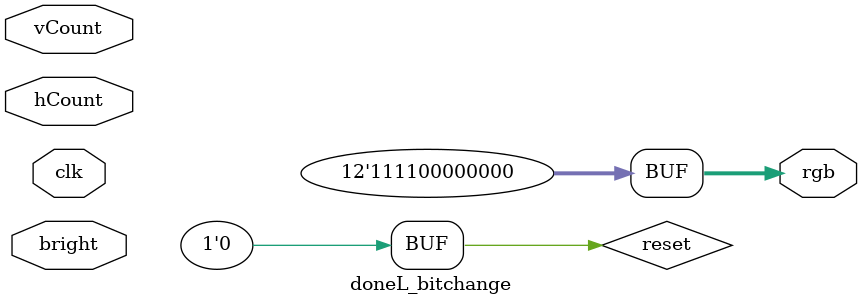
<source format=v>
`timescale 1ns / 1ps
module doneL_bitchange(
	input clk,
	input bright,
	input [9:0] hCount, vCount,
	output reg [11:0] rgb
   );
	
	parameter BLACK = 12'b0000_0000_0000;
	parameter WHITE = 12'b1111_1111_1111;
	parameter RED   = 12'b1111_0000_0000;
	parameter GREEN = 12'b0000_1111_0000;

	reg reset;

	initial begin
		reset = 1'b0;
	end
	
	always@ (*)
	rgb = RED; // force black if not bright

endmodule

</source>
